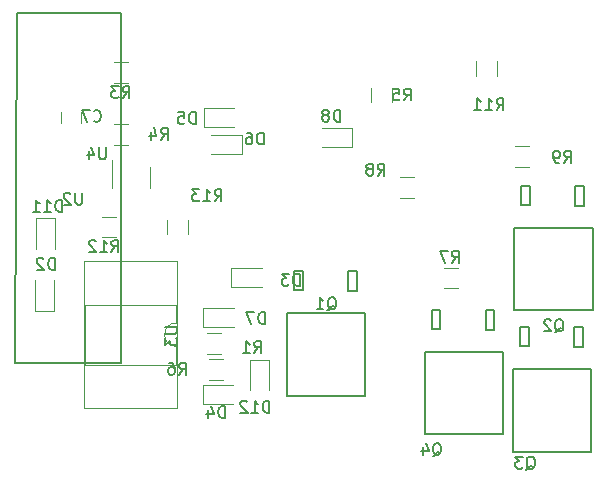
<source format=gbo>
G04 #@! TF.GenerationSoftware,KiCad,Pcbnew,5.1.6-c6e7f7d~87~ubuntu18.04.1*
G04 #@! TF.CreationDate,2020-10-13T20:33:34+05:30*
G04 #@! TF.ProjectId,BackEnd_4S_v1,4261636b-456e-4645-9f34-535f76312e6b,rev?*
G04 #@! TF.SameCoordinates,Original*
G04 #@! TF.FileFunction,Legend,Bot*
G04 #@! TF.FilePolarity,Positive*
%FSLAX46Y46*%
G04 Gerber Fmt 4.6, Leading zero omitted, Abs format (unit mm)*
G04 Created by KiCad (PCBNEW 5.1.6-c6e7f7d~87~ubuntu18.04.1) date 2020-10-13 20:33:34*
%MOMM*%
%LPD*%
G01*
G04 APERTURE LIST*
%ADD10C,0.150000*%
%ADD11C,0.120000*%
G04 APERTURE END LIST*
D10*
X167768000Y-42120700D02*
X176578000Y-42120700D01*
X167628000Y-71770700D02*
X167768000Y-42120700D01*
X176448000Y-71760700D02*
X167628000Y-71770700D01*
X176578000Y-42120700D02*
X176548000Y-71780700D01*
D11*
X173225000Y-50502900D02*
X173225000Y-51502900D01*
X171525000Y-51502900D02*
X171525000Y-50502900D01*
X203934000Y-65474700D02*
X205134000Y-65474700D01*
X205134000Y-63714700D02*
X203934000Y-63714700D01*
X181326000Y-63160400D02*
X181326000Y-75630400D01*
X173466000Y-63160400D02*
X181326000Y-63160400D01*
X173466000Y-75630400D02*
X173466000Y-63160400D01*
X181326000Y-75630400D02*
X173466000Y-75630400D01*
X181266000Y-66860400D02*
X181266000Y-68395400D01*
X173526000Y-66860400D02*
X181266000Y-66860400D01*
X173526000Y-71930400D02*
X173526000Y-66860400D01*
X181266000Y-71930400D02*
X173526000Y-71930400D01*
X181266000Y-70395400D02*
X181266000Y-71930400D01*
X181266000Y-68395400D02*
G75*
G03*
X181266000Y-70395400I0J-1000000D01*
G01*
X175773000Y-57011100D02*
X175773000Y-54561100D01*
X178993000Y-55211100D02*
X178993000Y-57011100D01*
X170886000Y-67347900D02*
X169286000Y-67347900D01*
X169286000Y-67347900D02*
X169286000Y-64747900D01*
X170886000Y-67347900D02*
X170886000Y-64747900D01*
X185905000Y-65382000D02*
X185905000Y-63782000D01*
X185905000Y-63782000D02*
X188505000Y-63782000D01*
X185905000Y-65382000D02*
X188505000Y-65382000D01*
X183475000Y-75229600D02*
X183475000Y-73629600D01*
X183475000Y-73629600D02*
X186075000Y-73629600D01*
X183475000Y-75229600D02*
X186075000Y-75229600D01*
X183576000Y-51800700D02*
X186176000Y-51800700D01*
X183576000Y-50200700D02*
X186176000Y-50200700D01*
X183576000Y-51800700D02*
X183576000Y-50200700D01*
X186791000Y-52468900D02*
X184191000Y-52468900D01*
X186791000Y-54068900D02*
X184191000Y-54068900D01*
X186791000Y-52468900D02*
X186791000Y-54068900D01*
X183552000Y-68750100D02*
X183552000Y-67150100D01*
X183552000Y-67150100D02*
X186152000Y-67150100D01*
X183552000Y-68750100D02*
X186152000Y-68750100D01*
X196159000Y-51866900D02*
X193559000Y-51866900D01*
X196159000Y-53466900D02*
X193559000Y-53466900D01*
X196159000Y-51866900D02*
X196159000Y-53466900D01*
X169416000Y-59535300D02*
X171016000Y-59535300D01*
X171016000Y-59535300D02*
X171016000Y-62135300D01*
X169416000Y-59535300D02*
X169416000Y-62135300D01*
X187488000Y-71511400D02*
X187488000Y-74111400D01*
X189088000Y-71511400D02*
X189088000Y-74111400D01*
X187488000Y-71511400D02*
X189088000Y-71511400D01*
D10*
X190644000Y-74554100D02*
X197264000Y-74554100D01*
X197264000Y-74554100D02*
X197264000Y-67574100D01*
X197264000Y-67574100D02*
X190644000Y-67564100D01*
X190644000Y-67564100D02*
X190644000Y-74554100D01*
X191234000Y-65644100D02*
X191234000Y-64034100D01*
X191234000Y-64034100D02*
X191974000Y-64034100D01*
X191974000Y-64034100D02*
X191974000Y-65644100D01*
X191964000Y-65644100D02*
X191234000Y-65644100D01*
X196544000Y-65674100D02*
X195814000Y-65674100D01*
X195814000Y-65664100D02*
X195814000Y-64054100D01*
X196544000Y-65674100D02*
X196544000Y-64064100D01*
X196544000Y-64024100D02*
X195814000Y-64024100D01*
X215781000Y-56803400D02*
X215051000Y-56803400D01*
X215781000Y-58453400D02*
X215781000Y-56843400D01*
X215051000Y-58443400D02*
X215051000Y-56833400D01*
X215781000Y-58453400D02*
X215051000Y-58453400D01*
X211201000Y-58423400D02*
X210471000Y-58423400D01*
X211211000Y-56813400D02*
X211211000Y-58423400D01*
X210471000Y-56813400D02*
X211211000Y-56813400D01*
X210471000Y-58423400D02*
X210471000Y-56813400D01*
X209881000Y-60343400D02*
X209881000Y-67333400D01*
X216501000Y-60353400D02*
X209881000Y-60343400D01*
X216501000Y-67333400D02*
X216501000Y-60353400D01*
X209881000Y-67333400D02*
X216501000Y-67333400D01*
X215653000Y-68753600D02*
X214923000Y-68753600D01*
X215653000Y-70403600D02*
X215653000Y-68793600D01*
X214923000Y-70393600D02*
X214923000Y-68783600D01*
X215653000Y-70403600D02*
X214923000Y-70403600D01*
X211073000Y-70373600D02*
X210343000Y-70373600D01*
X211083000Y-68763600D02*
X211083000Y-70373600D01*
X210343000Y-68763600D02*
X211083000Y-68763600D01*
X210343000Y-70373600D02*
X210343000Y-68763600D01*
X209753000Y-72293600D02*
X209753000Y-79283600D01*
X216373000Y-72303600D02*
X209753000Y-72293600D01*
X216373000Y-79283600D02*
X216373000Y-72303600D01*
X209753000Y-79283600D02*
X216373000Y-79283600D01*
X202290000Y-77840800D02*
X208910000Y-77840800D01*
X208910000Y-77840800D02*
X208910000Y-70860800D01*
X208910000Y-70860800D02*
X202290000Y-70850800D01*
X202290000Y-70850800D02*
X202290000Y-77840800D01*
X202880000Y-68930800D02*
X202880000Y-67320800D01*
X202880000Y-67320800D02*
X203620000Y-67320800D01*
X203620000Y-67320800D02*
X203620000Y-68930800D01*
X203610000Y-68930800D02*
X202880000Y-68930800D01*
X208190000Y-68960800D02*
X207460000Y-68960800D01*
X207460000Y-68950800D02*
X207460000Y-67340800D01*
X208190000Y-68960800D02*
X208190000Y-67350800D01*
X208190000Y-67310800D02*
X207460000Y-67310800D01*
D11*
X185079000Y-69269700D02*
X183879000Y-69269700D01*
X183879000Y-71029700D02*
X185079000Y-71029700D01*
X175940000Y-48078300D02*
X177140000Y-48078300D01*
X177140000Y-46318300D02*
X175940000Y-46318300D01*
X177138000Y-51588800D02*
X175938000Y-51588800D01*
X175938000Y-53348800D02*
X177138000Y-53348800D01*
X197766000Y-48503300D02*
X197766000Y-49703300D01*
X199526000Y-49703300D02*
X199526000Y-48503300D01*
X184020000Y-73201400D02*
X185220000Y-73201400D01*
X185220000Y-71441400D02*
X184020000Y-71441400D01*
X200159000Y-57776000D02*
X201359000Y-57776000D01*
X201359000Y-56016000D02*
X200159000Y-56016000D01*
X209934000Y-55215700D02*
X211134000Y-55215700D01*
X211134000Y-53455700D02*
X209934000Y-53455700D01*
X208365000Y-47452800D02*
X208365000Y-46252800D01*
X206605000Y-46252800D02*
X206605000Y-47452800D01*
X174988000Y-61159300D02*
X176188000Y-61159300D01*
X176188000Y-59399300D02*
X174988000Y-59399300D01*
X182206000Y-60878000D02*
X182206000Y-59678000D01*
X180446000Y-59678000D02*
X180446000Y-60878000D01*
D10*
X173288824Y-57374500D02*
X173288824Y-58184024D01*
X173241205Y-58279262D01*
X173193586Y-58326881D01*
X173098348Y-58374500D01*
X172907872Y-58374500D01*
X172812634Y-58326881D01*
X172765015Y-58279262D01*
X172717396Y-58184024D01*
X172717396Y-57374500D01*
X172288824Y-57469739D02*
X172241205Y-57422120D01*
X172145967Y-57374500D01*
X171907872Y-57374500D01*
X171812634Y-57422120D01*
X171765015Y-57469739D01*
X171717396Y-57564977D01*
X171717396Y-57660215D01*
X171765015Y-57803072D01*
X172336443Y-58374500D01*
X171717396Y-58374500D01*
X174248546Y-51279082D02*
X174296165Y-51326701D01*
X174439022Y-51374320D01*
X174534260Y-51374320D01*
X174677118Y-51326701D01*
X174772356Y-51231463D01*
X174819975Y-51136225D01*
X174867594Y-50945749D01*
X174867594Y-50802892D01*
X174819975Y-50612416D01*
X174772356Y-50517178D01*
X174677118Y-50421940D01*
X174534260Y-50374320D01*
X174439022Y-50374320D01*
X174296165Y-50421940D01*
X174248546Y-50469559D01*
X173915213Y-50374320D02*
X173248546Y-50374320D01*
X173677118Y-51374320D01*
X204586366Y-63279240D02*
X204919700Y-62803050D01*
X205157795Y-63279240D02*
X205157795Y-62279240D01*
X204776842Y-62279240D01*
X204681604Y-62326860D01*
X204633985Y-62374479D01*
X204586366Y-62469717D01*
X204586366Y-62612574D01*
X204633985Y-62707812D01*
X204681604Y-62755431D01*
X204776842Y-62803050D01*
X205157795Y-62803050D01*
X204253033Y-62279240D02*
X203586366Y-62279240D01*
X204014938Y-63279240D01*
X180328120Y-68727435D02*
X181137644Y-68727435D01*
X181232882Y-68775054D01*
X181280501Y-68822673D01*
X181328120Y-68917911D01*
X181328120Y-69108387D01*
X181280501Y-69203625D01*
X181232882Y-69251244D01*
X181137644Y-69298863D01*
X180328120Y-69298863D01*
X180328120Y-69679816D02*
X180328120Y-70298863D01*
X180709073Y-69965530D01*
X180709073Y-70108387D01*
X180756692Y-70203625D01*
X180804311Y-70251244D01*
X180899549Y-70298863D01*
X181137644Y-70298863D01*
X181232882Y-70251244D01*
X181280501Y-70203625D01*
X181328120Y-70108387D01*
X181328120Y-69822673D01*
X181280501Y-69727435D01*
X181232882Y-69679816D01*
X175297564Y-53541640D02*
X175297564Y-54351164D01*
X175249945Y-54446402D01*
X175202326Y-54494021D01*
X175107088Y-54541640D01*
X174916612Y-54541640D01*
X174821374Y-54494021D01*
X174773755Y-54446402D01*
X174726136Y-54351164D01*
X174726136Y-53541640D01*
X173821374Y-53874974D02*
X173821374Y-54541640D01*
X174059469Y-53494021D02*
X174297564Y-54208307D01*
X173678517Y-54208307D01*
X170958715Y-63888880D02*
X170958715Y-62888880D01*
X170720620Y-62888880D01*
X170577762Y-62936500D01*
X170482524Y-63031738D01*
X170434905Y-63126976D01*
X170387286Y-63317452D01*
X170387286Y-63460309D01*
X170434905Y-63650785D01*
X170482524Y-63746023D01*
X170577762Y-63841261D01*
X170720620Y-63888880D01*
X170958715Y-63888880D01*
X170006334Y-62984119D02*
X169958715Y-62936500D01*
X169863477Y-62888880D01*
X169625381Y-62888880D01*
X169530143Y-62936500D01*
X169482524Y-62984119D01*
X169434905Y-63079357D01*
X169434905Y-63174595D01*
X169482524Y-63317452D01*
X170053953Y-63888880D01*
X169434905Y-63888880D01*
X191694955Y-65232500D02*
X191694955Y-64232500D01*
X191456860Y-64232500D01*
X191314002Y-64280120D01*
X191218764Y-64375358D01*
X191171145Y-64470596D01*
X191123526Y-64661072D01*
X191123526Y-64803929D01*
X191171145Y-64994405D01*
X191218764Y-65089643D01*
X191314002Y-65184881D01*
X191456860Y-65232500D01*
X191694955Y-65232500D01*
X190790193Y-64232500D02*
X190171145Y-64232500D01*
X190504479Y-64613453D01*
X190361621Y-64613453D01*
X190266383Y-64661072D01*
X190218764Y-64708691D01*
X190171145Y-64803929D01*
X190171145Y-65042024D01*
X190218764Y-65137262D01*
X190266383Y-65184881D01*
X190361621Y-65232500D01*
X190647336Y-65232500D01*
X190742574Y-65184881D01*
X190790193Y-65137262D01*
X185358435Y-76444080D02*
X185358435Y-75444080D01*
X185120340Y-75444080D01*
X184977482Y-75491700D01*
X184882244Y-75586938D01*
X184834625Y-75682176D01*
X184787006Y-75872652D01*
X184787006Y-76015509D01*
X184834625Y-76205985D01*
X184882244Y-76301223D01*
X184977482Y-76396461D01*
X185120340Y-76444080D01*
X185358435Y-76444080D01*
X183929863Y-75777414D02*
X183929863Y-76444080D01*
X184167959Y-75396461D02*
X184406054Y-76110747D01*
X183787006Y-76110747D01*
X182894035Y-51529280D02*
X182894035Y-50529280D01*
X182655940Y-50529280D01*
X182513082Y-50576900D01*
X182417844Y-50672138D01*
X182370225Y-50767376D01*
X182322606Y-50957852D01*
X182322606Y-51100709D01*
X182370225Y-51291185D01*
X182417844Y-51386423D01*
X182513082Y-51481661D01*
X182655940Y-51529280D01*
X182894035Y-51529280D01*
X181417844Y-50529280D02*
X181894035Y-50529280D01*
X181941654Y-51005471D01*
X181894035Y-50957852D01*
X181798797Y-50910233D01*
X181560701Y-50910233D01*
X181465463Y-50957852D01*
X181417844Y-51005471D01*
X181370225Y-51100709D01*
X181370225Y-51338804D01*
X181417844Y-51434042D01*
X181465463Y-51481661D01*
X181560701Y-51529280D01*
X181798797Y-51529280D01*
X181894035Y-51481661D01*
X181941654Y-51434042D01*
X188649435Y-53276780D02*
X188649435Y-52276780D01*
X188411340Y-52276780D01*
X188268482Y-52324400D01*
X188173244Y-52419638D01*
X188125625Y-52514876D01*
X188078006Y-52705352D01*
X188078006Y-52848209D01*
X188125625Y-53038685D01*
X188173244Y-53133923D01*
X188268482Y-53229161D01*
X188411340Y-53276780D01*
X188649435Y-53276780D01*
X187220863Y-52276780D02*
X187411340Y-52276780D01*
X187506578Y-52324400D01*
X187554197Y-52372019D01*
X187649435Y-52514876D01*
X187697054Y-52705352D01*
X187697054Y-53086304D01*
X187649435Y-53181542D01*
X187601816Y-53229161D01*
X187506578Y-53276780D01*
X187316101Y-53276780D01*
X187220863Y-53229161D01*
X187173244Y-53181542D01*
X187125625Y-53086304D01*
X187125625Y-52848209D01*
X187173244Y-52752971D01*
X187220863Y-52705352D01*
X187316101Y-52657733D01*
X187506578Y-52657733D01*
X187601816Y-52705352D01*
X187649435Y-52752971D01*
X187697054Y-52848209D01*
X188742515Y-68481220D02*
X188742515Y-67481220D01*
X188504420Y-67481220D01*
X188361562Y-67528840D01*
X188266324Y-67624078D01*
X188218705Y-67719316D01*
X188171086Y-67909792D01*
X188171086Y-68052649D01*
X188218705Y-68243125D01*
X188266324Y-68338363D01*
X188361562Y-68433601D01*
X188504420Y-68481220D01*
X188742515Y-68481220D01*
X187837753Y-67481220D02*
X187171086Y-67481220D01*
X187599658Y-68481220D01*
X195136095Y-51346360D02*
X195136095Y-50346360D01*
X194898000Y-50346360D01*
X194755142Y-50393980D01*
X194659904Y-50489218D01*
X194612285Y-50584456D01*
X194564666Y-50774932D01*
X194564666Y-50917789D01*
X194612285Y-51108265D01*
X194659904Y-51203503D01*
X194755142Y-51298741D01*
X194898000Y-51346360D01*
X195136095Y-51346360D01*
X193993238Y-50774932D02*
X194088476Y-50727313D01*
X194136095Y-50679694D01*
X194183714Y-50584456D01*
X194183714Y-50536837D01*
X194136095Y-50441599D01*
X194088476Y-50393980D01*
X193993238Y-50346360D01*
X193802761Y-50346360D01*
X193707523Y-50393980D01*
X193659904Y-50441599D01*
X193612285Y-50536837D01*
X193612285Y-50584456D01*
X193659904Y-50679694D01*
X193707523Y-50727313D01*
X193802761Y-50774932D01*
X193993238Y-50774932D01*
X194088476Y-50822551D01*
X194136095Y-50870170D01*
X194183714Y-50965408D01*
X194183714Y-51155884D01*
X194136095Y-51251122D01*
X194088476Y-51298741D01*
X193993238Y-51346360D01*
X193802761Y-51346360D01*
X193707523Y-51298741D01*
X193659904Y-51251122D01*
X193612285Y-51155884D01*
X193612285Y-50965408D01*
X193659904Y-50870170D01*
X193707523Y-50822551D01*
X193802761Y-50774932D01*
X171585225Y-58981640D02*
X171585225Y-57981640D01*
X171347130Y-57981640D01*
X171204273Y-58029260D01*
X171109035Y-58124498D01*
X171061416Y-58219736D01*
X171013797Y-58410212D01*
X171013797Y-58553069D01*
X171061416Y-58743545D01*
X171109035Y-58838783D01*
X171204273Y-58934021D01*
X171347130Y-58981640D01*
X171585225Y-58981640D01*
X170061416Y-58981640D02*
X170632844Y-58981640D01*
X170347130Y-58981640D02*
X170347130Y-57981640D01*
X170442368Y-58124498D01*
X170537606Y-58219736D01*
X170632844Y-58267355D01*
X169109035Y-58981640D02*
X169680463Y-58981640D01*
X169394749Y-58981640D02*
X169394749Y-57981640D01*
X169489987Y-58124498D01*
X169585225Y-58219736D01*
X169680463Y-58267355D01*
X189144145Y-75979320D02*
X189144145Y-74979320D01*
X188906050Y-74979320D01*
X188763193Y-75026940D01*
X188667955Y-75122178D01*
X188620336Y-75217416D01*
X188572717Y-75407892D01*
X188572717Y-75550749D01*
X188620336Y-75741225D01*
X188667955Y-75836463D01*
X188763193Y-75931701D01*
X188906050Y-75979320D01*
X189144145Y-75979320D01*
X187620336Y-75979320D02*
X188191764Y-75979320D01*
X187906050Y-75979320D02*
X187906050Y-74979320D01*
X188001288Y-75122178D01*
X188096526Y-75217416D01*
X188191764Y-75265035D01*
X187239383Y-75074559D02*
X187191764Y-75026940D01*
X187096526Y-74979320D01*
X186858431Y-74979320D01*
X186763193Y-75026940D01*
X186715574Y-75074559D01*
X186667955Y-75169797D01*
X186667955Y-75265035D01*
X186715574Y-75407892D01*
X187287002Y-75979320D01*
X186667955Y-75979320D01*
X194046698Y-67334399D02*
X194141936Y-67286780D01*
X194237174Y-67191541D01*
X194380031Y-67048684D01*
X194475269Y-67001065D01*
X194570507Y-67001065D01*
X194522888Y-67239160D02*
X194618126Y-67191541D01*
X194713364Y-67096303D01*
X194760983Y-66905827D01*
X194760983Y-66572494D01*
X194713364Y-66382018D01*
X194618126Y-66286780D01*
X194522888Y-66239160D01*
X194332412Y-66239160D01*
X194237174Y-66286780D01*
X194141936Y-66382018D01*
X194094317Y-66572494D01*
X194094317Y-66905827D01*
X194141936Y-67096303D01*
X194237174Y-67191541D01*
X194332412Y-67239160D01*
X194522888Y-67239160D01*
X193141936Y-67239160D02*
X193713364Y-67239160D01*
X193427650Y-67239160D02*
X193427650Y-66239160D01*
X193522888Y-66382018D01*
X193618126Y-66477256D01*
X193713364Y-66524875D01*
X213286238Y-69191019D02*
X213381476Y-69143400D01*
X213476714Y-69048161D01*
X213619571Y-68905304D01*
X213714809Y-68857685D01*
X213810047Y-68857685D01*
X213762428Y-69095780D02*
X213857666Y-69048161D01*
X213952904Y-68952923D01*
X214000523Y-68762447D01*
X214000523Y-68429114D01*
X213952904Y-68238638D01*
X213857666Y-68143400D01*
X213762428Y-68095780D01*
X213571952Y-68095780D01*
X213476714Y-68143400D01*
X213381476Y-68238638D01*
X213333857Y-68429114D01*
X213333857Y-68762447D01*
X213381476Y-68952923D01*
X213476714Y-69048161D01*
X213571952Y-69095780D01*
X213762428Y-69095780D01*
X212952904Y-68191019D02*
X212905285Y-68143400D01*
X212810047Y-68095780D01*
X212571952Y-68095780D01*
X212476714Y-68143400D01*
X212429095Y-68191019D01*
X212381476Y-68286257D01*
X212381476Y-68381495D01*
X212429095Y-68524352D01*
X213000523Y-69095780D01*
X212381476Y-69095780D01*
X210869518Y-80816699D02*
X210964756Y-80769080D01*
X211059994Y-80673841D01*
X211202851Y-80530984D01*
X211298089Y-80483365D01*
X211393327Y-80483365D01*
X211345708Y-80721460D02*
X211440946Y-80673841D01*
X211536184Y-80578603D01*
X211583803Y-80388127D01*
X211583803Y-80054794D01*
X211536184Y-79864318D01*
X211440946Y-79769080D01*
X211345708Y-79721460D01*
X211155232Y-79721460D01*
X211059994Y-79769080D01*
X210964756Y-79864318D01*
X210917137Y-80054794D01*
X210917137Y-80388127D01*
X210964756Y-80578603D01*
X211059994Y-80673841D01*
X211155232Y-80721460D01*
X211345708Y-80721460D01*
X210583803Y-79721460D02*
X209964756Y-79721460D01*
X210298089Y-80102413D01*
X210155232Y-80102413D01*
X210059994Y-80150032D01*
X210012375Y-80197651D01*
X209964756Y-80292889D01*
X209964756Y-80530984D01*
X210012375Y-80626222D01*
X210059994Y-80673841D01*
X210155232Y-80721460D01*
X210440946Y-80721460D01*
X210536184Y-80673841D01*
X210583803Y-80626222D01*
X202949498Y-79673659D02*
X203044736Y-79626040D01*
X203139974Y-79530801D01*
X203282831Y-79387944D01*
X203378069Y-79340325D01*
X203473307Y-79340325D01*
X203425688Y-79578420D02*
X203520926Y-79530801D01*
X203616164Y-79435563D01*
X203663783Y-79245087D01*
X203663783Y-78911754D01*
X203616164Y-78721278D01*
X203520926Y-78626040D01*
X203425688Y-78578420D01*
X203235212Y-78578420D01*
X203139974Y-78626040D01*
X203044736Y-78721278D01*
X202997117Y-78911754D01*
X202997117Y-79245087D01*
X203044736Y-79435563D01*
X203139974Y-79530801D01*
X203235212Y-79578420D01*
X203425688Y-79578420D01*
X202139974Y-78911754D02*
X202139974Y-79578420D01*
X202378069Y-78530801D02*
X202616164Y-79245087D01*
X201997117Y-79245087D01*
X187859966Y-70945000D02*
X188193300Y-70468810D01*
X188431395Y-70945000D02*
X188431395Y-69945000D01*
X188050442Y-69945000D01*
X187955204Y-69992620D01*
X187907585Y-70040239D01*
X187859966Y-70135477D01*
X187859966Y-70278334D01*
X187907585Y-70373572D01*
X187955204Y-70421191D01*
X188050442Y-70468810D01*
X188431395Y-70468810D01*
X186907585Y-70945000D02*
X187479014Y-70945000D01*
X187193300Y-70945000D02*
X187193300Y-69945000D01*
X187288538Y-70087858D01*
X187383776Y-70183096D01*
X187479014Y-70230715D01*
X176706666Y-49350680D02*
X177040000Y-48874490D01*
X177278095Y-49350680D02*
X177278095Y-48350680D01*
X176897142Y-48350680D01*
X176801904Y-48398300D01*
X176754285Y-48445919D01*
X176706666Y-48541157D01*
X176706666Y-48684014D01*
X176754285Y-48779252D01*
X176801904Y-48826871D01*
X176897142Y-48874490D01*
X177278095Y-48874490D01*
X176373333Y-48350680D02*
X175754285Y-48350680D01*
X176087619Y-48731633D01*
X175944761Y-48731633D01*
X175849523Y-48779252D01*
X175801904Y-48826871D01*
X175754285Y-48922109D01*
X175754285Y-49160204D01*
X175801904Y-49255442D01*
X175849523Y-49303061D01*
X175944761Y-49350680D01*
X176230476Y-49350680D01*
X176325714Y-49303061D01*
X176373333Y-49255442D01*
X179955866Y-52880540D02*
X180289200Y-52404350D01*
X180527295Y-52880540D02*
X180527295Y-51880540D01*
X180146342Y-51880540D01*
X180051104Y-51928160D01*
X180003485Y-51975779D01*
X179955866Y-52071017D01*
X179955866Y-52213874D01*
X180003485Y-52309112D01*
X180051104Y-52356731D01*
X180146342Y-52404350D01*
X180527295Y-52404350D01*
X179098723Y-52213874D02*
X179098723Y-52880540D01*
X179336819Y-51832921D02*
X179574914Y-52547207D01*
X178955866Y-52547207D01*
X200512666Y-49555680D02*
X200846000Y-49079490D01*
X201084095Y-49555680D02*
X201084095Y-48555680D01*
X200703142Y-48555680D01*
X200607904Y-48603300D01*
X200560285Y-48650919D01*
X200512666Y-48746157D01*
X200512666Y-48889014D01*
X200560285Y-48984252D01*
X200607904Y-49031871D01*
X200703142Y-49079490D01*
X201084095Y-49079490D01*
X199607904Y-48555680D02*
X200084095Y-48555680D01*
X200131714Y-49031871D01*
X200084095Y-48984252D01*
X199988857Y-48936633D01*
X199750761Y-48936633D01*
X199655523Y-48984252D01*
X199607904Y-49031871D01*
X199560285Y-49127109D01*
X199560285Y-49365204D01*
X199607904Y-49460442D01*
X199655523Y-49508061D01*
X199750761Y-49555680D01*
X199988857Y-49555680D01*
X200084095Y-49508061D01*
X200131714Y-49460442D01*
X181499906Y-72773780D02*
X181833240Y-72297590D01*
X182071335Y-72773780D02*
X182071335Y-71773780D01*
X181690382Y-71773780D01*
X181595144Y-71821400D01*
X181547525Y-71869019D01*
X181499906Y-71964257D01*
X181499906Y-72107114D01*
X181547525Y-72202352D01*
X181595144Y-72249971D01*
X181690382Y-72297590D01*
X182071335Y-72297590D01*
X180642763Y-71773780D02*
X180833240Y-71773780D01*
X180928478Y-71821400D01*
X180976097Y-71869019D01*
X181071335Y-72011876D01*
X181118954Y-72202352D01*
X181118954Y-72583304D01*
X181071335Y-72678542D01*
X181023716Y-72726161D01*
X180928478Y-72773780D01*
X180738001Y-72773780D01*
X180642763Y-72726161D01*
X180595144Y-72678542D01*
X180547525Y-72583304D01*
X180547525Y-72345209D01*
X180595144Y-72249971D01*
X180642763Y-72202352D01*
X180738001Y-72154733D01*
X180928478Y-72154733D01*
X181023716Y-72202352D01*
X181071335Y-72249971D01*
X181118954Y-72345209D01*
X198301846Y-55923440D02*
X198635180Y-55447250D01*
X198873275Y-55923440D02*
X198873275Y-54923440D01*
X198492322Y-54923440D01*
X198397084Y-54971060D01*
X198349465Y-55018679D01*
X198301846Y-55113917D01*
X198301846Y-55256774D01*
X198349465Y-55352012D01*
X198397084Y-55399631D01*
X198492322Y-55447250D01*
X198873275Y-55447250D01*
X197730418Y-55352012D02*
X197825656Y-55304393D01*
X197873275Y-55256774D01*
X197920894Y-55161536D01*
X197920894Y-55113917D01*
X197873275Y-55018679D01*
X197825656Y-54971060D01*
X197730418Y-54923440D01*
X197539941Y-54923440D01*
X197444703Y-54971060D01*
X197397084Y-55018679D01*
X197349465Y-55113917D01*
X197349465Y-55161536D01*
X197397084Y-55256774D01*
X197444703Y-55304393D01*
X197539941Y-55352012D01*
X197730418Y-55352012D01*
X197825656Y-55399631D01*
X197873275Y-55447250D01*
X197920894Y-55542488D01*
X197920894Y-55732964D01*
X197873275Y-55828202D01*
X197825656Y-55875821D01*
X197730418Y-55923440D01*
X197539941Y-55923440D01*
X197444703Y-55875821D01*
X197397084Y-55828202D01*
X197349465Y-55732964D01*
X197349465Y-55542488D01*
X197397084Y-55447250D01*
X197444703Y-55399631D01*
X197539941Y-55352012D01*
X214099186Y-54821100D02*
X214432520Y-54344910D01*
X214670615Y-54821100D02*
X214670615Y-53821100D01*
X214289662Y-53821100D01*
X214194424Y-53868720D01*
X214146805Y-53916339D01*
X214099186Y-54011577D01*
X214099186Y-54154434D01*
X214146805Y-54249672D01*
X214194424Y-54297291D01*
X214289662Y-54344910D01*
X214670615Y-54344910D01*
X213622996Y-54821100D02*
X213432520Y-54821100D01*
X213337281Y-54773481D01*
X213289662Y-54725862D01*
X213194424Y-54583005D01*
X213146805Y-54392529D01*
X213146805Y-54011577D01*
X213194424Y-53916339D01*
X213242043Y-53868720D01*
X213337281Y-53821100D01*
X213527758Y-53821100D01*
X213622996Y-53868720D01*
X213670615Y-53916339D01*
X213718234Y-54011577D01*
X213718234Y-54249672D01*
X213670615Y-54344910D01*
X213622996Y-54392529D01*
X213527758Y-54440148D01*
X213337281Y-54440148D01*
X213242043Y-54392529D01*
X213194424Y-54344910D01*
X213146805Y-54249672D01*
X208366617Y-50381120D02*
X208699950Y-49904930D01*
X208938045Y-50381120D02*
X208938045Y-49381120D01*
X208557093Y-49381120D01*
X208461855Y-49428740D01*
X208414236Y-49476359D01*
X208366617Y-49571597D01*
X208366617Y-49714454D01*
X208414236Y-49809692D01*
X208461855Y-49857311D01*
X208557093Y-49904930D01*
X208938045Y-49904930D01*
X207414236Y-50381120D02*
X207985664Y-50381120D01*
X207699950Y-50381120D02*
X207699950Y-49381120D01*
X207795188Y-49523978D01*
X207890426Y-49619216D01*
X207985664Y-49666835D01*
X206461855Y-50381120D02*
X207033283Y-50381120D01*
X206747569Y-50381120D02*
X206747569Y-49381120D01*
X206842807Y-49523978D01*
X206938045Y-49619216D01*
X207033283Y-49666835D01*
X175764417Y-62390300D02*
X176097750Y-61914110D01*
X176335845Y-62390300D02*
X176335845Y-61390300D01*
X175954893Y-61390300D01*
X175859655Y-61437920D01*
X175812036Y-61485539D01*
X175764417Y-61580777D01*
X175764417Y-61723634D01*
X175812036Y-61818872D01*
X175859655Y-61866491D01*
X175954893Y-61914110D01*
X176335845Y-61914110D01*
X174812036Y-62390300D02*
X175383464Y-62390300D01*
X175097750Y-62390300D02*
X175097750Y-61390300D01*
X175192988Y-61533158D01*
X175288226Y-61628396D01*
X175383464Y-61676015D01*
X174431083Y-61485539D02*
X174383464Y-61437920D01*
X174288226Y-61390300D01*
X174050131Y-61390300D01*
X173954893Y-61437920D01*
X173907274Y-61485539D01*
X173859655Y-61580777D01*
X173859655Y-61676015D01*
X173907274Y-61818872D01*
X174478702Y-62390300D01*
X173859655Y-62390300D01*
X184501237Y-58088780D02*
X184834570Y-57612590D01*
X185072665Y-58088780D02*
X185072665Y-57088780D01*
X184691713Y-57088780D01*
X184596475Y-57136400D01*
X184548856Y-57184019D01*
X184501237Y-57279257D01*
X184501237Y-57422114D01*
X184548856Y-57517352D01*
X184596475Y-57564971D01*
X184691713Y-57612590D01*
X185072665Y-57612590D01*
X183548856Y-58088780D02*
X184120284Y-58088780D01*
X183834570Y-58088780D02*
X183834570Y-57088780D01*
X183929808Y-57231638D01*
X184025046Y-57326876D01*
X184120284Y-57374495D01*
X183215522Y-57088780D02*
X182596475Y-57088780D01*
X182929808Y-57469733D01*
X182786951Y-57469733D01*
X182691713Y-57517352D01*
X182644094Y-57564971D01*
X182596475Y-57660209D01*
X182596475Y-57898304D01*
X182644094Y-57993542D01*
X182691713Y-58041161D01*
X182786951Y-58088780D01*
X183072665Y-58088780D01*
X183167903Y-58041161D01*
X183215522Y-57993542D01*
M02*

</source>
